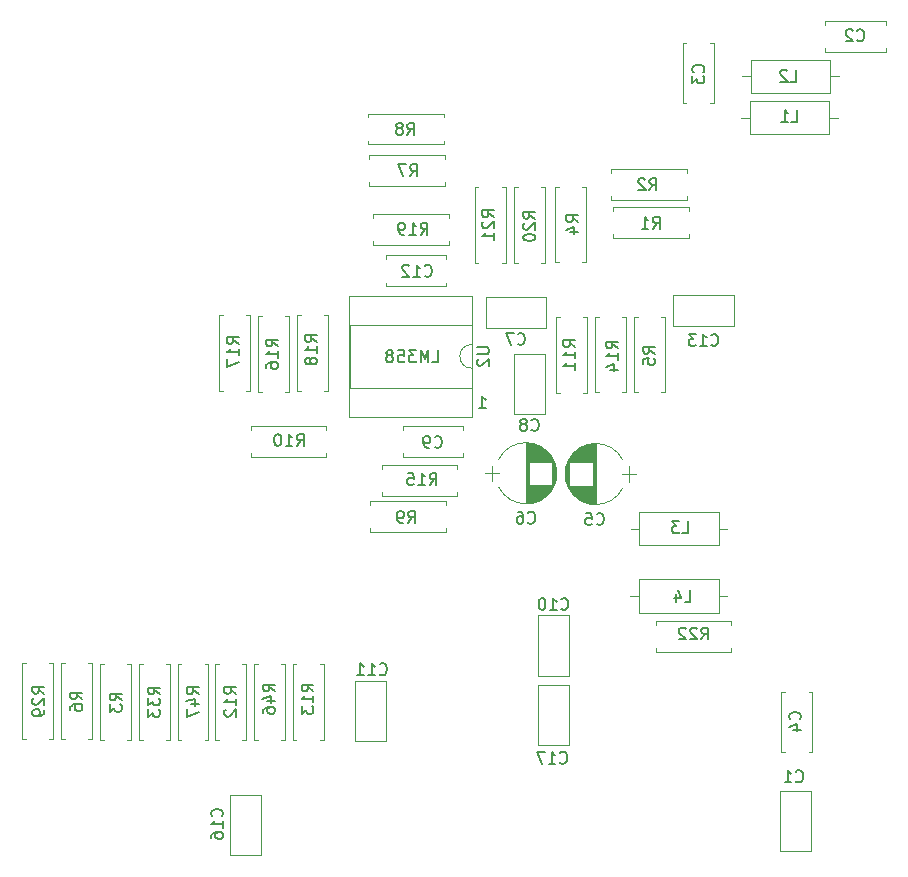
<source format=gbr>
G04 #@! TF.FileFunction,Legend,Bot*
%FSLAX46Y46*%
G04 Gerber Fmt 4.6, Leading zero omitted, Abs format (unit mm)*
G04 Created by KiCad (PCBNEW 4.0.7) date 01/22/22 13:20:12*
%MOMM*%
%LPD*%
G01*
G04 APERTURE LIST*
%ADD10C,0.100000*%
%ADD11C,0.150000*%
%ADD12C,0.120000*%
G04 APERTURE END LIST*
D10*
D11*
X79674285Y-105502381D02*
X80245714Y-105502381D01*
X79960000Y-105502381D02*
X79960000Y-104502381D01*
X80055238Y-104645238D01*
X80150476Y-104740476D01*
X80245714Y-104788095D01*
X75740476Y-101622381D02*
X76216667Y-101622381D01*
X76216667Y-100622381D01*
X75407143Y-101622381D02*
X75407143Y-100622381D01*
X75073809Y-101336667D01*
X74740476Y-100622381D01*
X74740476Y-101622381D01*
X74359524Y-100622381D02*
X73740476Y-100622381D01*
X74073810Y-101003333D01*
X73930952Y-101003333D01*
X73835714Y-101050952D01*
X73788095Y-101098571D01*
X73740476Y-101193810D01*
X73740476Y-101431905D01*
X73788095Y-101527143D01*
X73835714Y-101574762D01*
X73930952Y-101622381D01*
X74216667Y-101622381D01*
X74311905Y-101574762D01*
X74359524Y-101527143D01*
X72835714Y-100622381D02*
X73311905Y-100622381D01*
X73359524Y-101098571D01*
X73311905Y-101050952D01*
X73216667Y-101003333D01*
X72978571Y-101003333D01*
X72883333Y-101050952D01*
X72835714Y-101098571D01*
X72788095Y-101193810D01*
X72788095Y-101431905D01*
X72835714Y-101527143D01*
X72883333Y-101574762D01*
X72978571Y-101622381D01*
X73216667Y-101622381D01*
X73311905Y-101574762D01*
X73359524Y-101527143D01*
X72216667Y-101050952D02*
X72311905Y-101003333D01*
X72359524Y-100955714D01*
X72407143Y-100860476D01*
X72407143Y-100812857D01*
X72359524Y-100717619D01*
X72311905Y-100670000D01*
X72216667Y-100622381D01*
X72026190Y-100622381D01*
X71930952Y-100670000D01*
X71883333Y-100717619D01*
X71835714Y-100812857D01*
X71835714Y-100860476D01*
X71883333Y-100955714D01*
X71930952Y-101003333D01*
X72026190Y-101050952D01*
X72216667Y-101050952D01*
X72311905Y-101098571D01*
X72359524Y-101146190D01*
X72407143Y-101241429D01*
X72407143Y-101431905D01*
X72359524Y-101527143D01*
X72311905Y-101574762D01*
X72216667Y-101622381D01*
X72026190Y-101622381D01*
X71930952Y-101574762D01*
X71883333Y-101527143D01*
X71835714Y-101431905D01*
X71835714Y-101241429D01*
X71883333Y-101146190D01*
X71930952Y-101098571D01*
X72026190Y-101050952D01*
D12*
X49910000Y-133570000D02*
X50240000Y-133570000D01*
X50240000Y-133570000D02*
X50240000Y-127150000D01*
X50240000Y-127150000D02*
X49910000Y-127150000D01*
X47950000Y-133570000D02*
X47620000Y-133570000D01*
X47620000Y-133570000D02*
X47620000Y-127150000D01*
X47620000Y-127150000D02*
X47950000Y-127150000D01*
X59660000Y-133570000D02*
X59990000Y-133570000D01*
X59990000Y-133570000D02*
X59990000Y-127150000D01*
X59990000Y-127150000D02*
X59660000Y-127150000D01*
X57700000Y-133570000D02*
X57370000Y-133570000D01*
X57370000Y-133570000D02*
X57370000Y-127150000D01*
X57370000Y-127150000D02*
X57700000Y-127150000D01*
X87310000Y-128160000D02*
X87310000Y-123040000D01*
X84690000Y-128160000D02*
X84690000Y-123040000D01*
X87310000Y-128160000D02*
X84690000Y-128160000D01*
X87310000Y-123040000D02*
X84690000Y-123040000D01*
X71770000Y-133720000D02*
X71770000Y-128600000D01*
X69150000Y-133720000D02*
X69150000Y-128600000D01*
X71770000Y-133720000D02*
X69150000Y-133720000D01*
X71770000Y-128600000D02*
X69150000Y-128600000D01*
X61200000Y-143380000D02*
X61200000Y-138260000D01*
X58580000Y-143380000D02*
X58580000Y-138260000D01*
X61200000Y-143380000D02*
X58580000Y-143380000D01*
X61200000Y-138260000D02*
X58580000Y-138260000D01*
X84660000Y-128950000D02*
X84660000Y-134070000D01*
X87280000Y-128950000D02*
X87280000Y-134070000D01*
X84660000Y-128950000D02*
X87280000Y-128950000D01*
X84660000Y-134070000D02*
X87280000Y-134070000D01*
X46620000Y-133550000D02*
X46950000Y-133550000D01*
X46950000Y-133550000D02*
X46950000Y-127130000D01*
X46950000Y-127130000D02*
X46620000Y-127130000D01*
X44660000Y-133550000D02*
X44330000Y-133550000D01*
X44330000Y-133550000D02*
X44330000Y-127130000D01*
X44330000Y-127130000D02*
X44660000Y-127130000D01*
X66190000Y-133590000D02*
X66520000Y-133590000D01*
X66520000Y-133590000D02*
X66520000Y-127170000D01*
X66520000Y-127170000D02*
X66190000Y-127170000D01*
X64230000Y-133590000D02*
X63900000Y-133590000D01*
X63900000Y-133590000D02*
X63900000Y-127170000D01*
X63900000Y-127170000D02*
X64230000Y-127170000D01*
X43310000Y-133530000D02*
X43640000Y-133530000D01*
X43640000Y-133530000D02*
X43640000Y-127110000D01*
X43640000Y-127110000D02*
X43310000Y-127110000D01*
X41350000Y-133530000D02*
X41020000Y-133530000D01*
X41020000Y-133530000D02*
X41020000Y-127110000D01*
X41020000Y-127110000D02*
X41350000Y-127110000D01*
X53200000Y-133590000D02*
X53530000Y-133590000D01*
X53530000Y-133590000D02*
X53530000Y-127170000D01*
X53530000Y-127170000D02*
X53200000Y-127170000D01*
X51240000Y-133590000D02*
X50910000Y-133590000D01*
X50910000Y-133590000D02*
X50910000Y-127170000D01*
X50910000Y-127170000D02*
X51240000Y-127170000D01*
X62920000Y-133590000D02*
X63250000Y-133590000D01*
X63250000Y-133590000D02*
X63250000Y-127170000D01*
X63250000Y-127170000D02*
X62920000Y-127170000D01*
X60960000Y-133590000D02*
X60630000Y-133590000D01*
X60630000Y-133590000D02*
X60630000Y-127170000D01*
X60630000Y-127170000D02*
X60960000Y-127170000D01*
X56450000Y-133570000D02*
X56780000Y-133570000D01*
X56780000Y-133570000D02*
X56780000Y-127150000D01*
X56780000Y-127150000D02*
X56450000Y-127150000D01*
X54490000Y-133570000D02*
X54160000Y-133570000D01*
X54160000Y-133570000D02*
X54160000Y-127150000D01*
X54160000Y-127150000D02*
X54490000Y-127150000D01*
X105200000Y-137890000D02*
X105200000Y-143010000D01*
X107820000Y-137890000D02*
X107820000Y-143010000D01*
X105200000Y-137890000D02*
X107820000Y-137890000D01*
X105200000Y-143010000D02*
X107820000Y-143010000D01*
X96930000Y-74600000D02*
X96930000Y-79720000D01*
X99550000Y-74600000D02*
X99550000Y-79720000D01*
X96930000Y-74600000D02*
X97244000Y-74600000D01*
X99236000Y-74600000D02*
X99550000Y-74600000D01*
X96930000Y-79720000D02*
X97244000Y-79720000D01*
X99236000Y-79720000D02*
X99550000Y-79720000D01*
X102610000Y-82330000D02*
X102610000Y-79510000D01*
X102610000Y-79510000D02*
X109330000Y-79510000D01*
X109330000Y-79510000D02*
X109330000Y-82330000D01*
X109330000Y-82330000D02*
X102610000Y-82330000D01*
X101870000Y-80920000D02*
X102610000Y-80920000D01*
X110070000Y-80920000D02*
X109330000Y-80920000D01*
X102720000Y-78830000D02*
X102720000Y-76010000D01*
X102720000Y-76010000D02*
X109440000Y-76010000D01*
X109440000Y-76010000D02*
X109440000Y-78830000D01*
X109440000Y-78830000D02*
X102720000Y-78830000D01*
X101980000Y-77420000D02*
X102720000Y-77420000D01*
X110180000Y-77420000D02*
X109440000Y-77420000D01*
X91010000Y-90780000D02*
X91010000Y-91110000D01*
X91010000Y-91110000D02*
X97430000Y-91110000D01*
X97430000Y-91110000D02*
X97430000Y-90780000D01*
X91010000Y-88820000D02*
X91010000Y-88490000D01*
X91010000Y-88490000D02*
X97430000Y-88490000D01*
X97430000Y-88490000D02*
X97430000Y-88820000D01*
X90850000Y-87590000D02*
X90850000Y-87920000D01*
X90850000Y-87920000D02*
X97270000Y-87920000D01*
X97270000Y-87920000D02*
X97270000Y-87590000D01*
X90850000Y-85630000D02*
X90850000Y-85300000D01*
X90850000Y-85300000D02*
X97270000Y-85300000D01*
X97270000Y-85300000D02*
X97270000Y-85630000D01*
X88430000Y-93170000D02*
X88760000Y-93170000D01*
X88760000Y-93170000D02*
X88760000Y-86750000D01*
X88760000Y-86750000D02*
X88430000Y-86750000D01*
X86470000Y-93170000D02*
X86140000Y-93170000D01*
X86140000Y-93170000D02*
X86140000Y-86750000D01*
X86140000Y-86750000D02*
X86470000Y-86750000D01*
X95090000Y-104180000D02*
X95420000Y-104180000D01*
X95420000Y-104180000D02*
X95420000Y-97760000D01*
X95420000Y-97760000D02*
X95090000Y-97760000D01*
X93130000Y-104180000D02*
X92800000Y-104180000D01*
X92800000Y-104180000D02*
X92800000Y-97760000D01*
X92800000Y-97760000D02*
X93130000Y-97760000D01*
X76770000Y-84380000D02*
X76770000Y-84050000D01*
X76770000Y-84050000D02*
X70350000Y-84050000D01*
X70350000Y-84050000D02*
X70350000Y-84380000D01*
X76770000Y-86340000D02*
X76770000Y-86670000D01*
X76770000Y-86670000D02*
X70350000Y-86670000D01*
X70350000Y-86670000D02*
X70350000Y-86340000D01*
X70300000Y-82860000D02*
X70300000Y-83190000D01*
X70300000Y-83190000D02*
X76720000Y-83190000D01*
X76720000Y-83190000D02*
X76720000Y-82860000D01*
X70300000Y-80900000D02*
X70300000Y-80570000D01*
X70300000Y-80570000D02*
X76720000Y-80570000D01*
X76720000Y-80570000D02*
X76720000Y-80900000D01*
X114110000Y-72730000D02*
X108990000Y-72730000D01*
X114110000Y-75350000D02*
X108990000Y-75350000D01*
X114110000Y-72730000D02*
X114110000Y-73044000D01*
X114110000Y-75036000D02*
X114110000Y-75350000D01*
X108990000Y-72730000D02*
X108990000Y-73044000D01*
X108990000Y-75036000D02*
X108990000Y-75350000D01*
X105290000Y-129520000D02*
X105290000Y-134640000D01*
X107910000Y-129520000D02*
X107910000Y-134640000D01*
X105290000Y-129520000D02*
X105604000Y-129520000D01*
X107596000Y-129520000D02*
X107910000Y-129520000D01*
X105290000Y-134640000D02*
X105604000Y-134640000D01*
X107596000Y-134640000D02*
X107910000Y-134640000D01*
X87254278Y-109910277D02*
G75*
G02X91865580Y-109910000I2305722J-1179723D01*
G01*
X87254278Y-112269723D02*
G75*
G03X91865580Y-112270000I2305722J1179723D01*
G01*
X87254278Y-112269723D02*
G75*
G02X87254420Y-109910000I2305722J1179723D01*
G01*
X89560000Y-108540000D02*
X89560000Y-113640000D01*
X89520000Y-108540000D02*
X89520000Y-113640000D01*
X89480000Y-108541000D02*
X89480000Y-113639000D01*
X89440000Y-108542000D02*
X89440000Y-113638000D01*
X89400000Y-108544000D02*
X89400000Y-113636000D01*
X89360000Y-108547000D02*
X89360000Y-113633000D01*
X89320000Y-108551000D02*
X89320000Y-113629000D01*
X89280000Y-108555000D02*
X89280000Y-110110000D01*
X89280000Y-112070000D02*
X89280000Y-113625000D01*
X89240000Y-108559000D02*
X89240000Y-110110000D01*
X89240000Y-112070000D02*
X89240000Y-113621000D01*
X89200000Y-108565000D02*
X89200000Y-110110000D01*
X89200000Y-112070000D02*
X89200000Y-113615000D01*
X89160000Y-108571000D02*
X89160000Y-110110000D01*
X89160000Y-112070000D02*
X89160000Y-113609000D01*
X89120000Y-108577000D02*
X89120000Y-110110000D01*
X89120000Y-112070000D02*
X89120000Y-113603000D01*
X89080000Y-108584000D02*
X89080000Y-110110000D01*
X89080000Y-112070000D02*
X89080000Y-113596000D01*
X89040000Y-108592000D02*
X89040000Y-110110000D01*
X89040000Y-112070000D02*
X89040000Y-113588000D01*
X89000000Y-108601000D02*
X89000000Y-110110000D01*
X89000000Y-112070000D02*
X89000000Y-113579000D01*
X88960000Y-108610000D02*
X88960000Y-110110000D01*
X88960000Y-112070000D02*
X88960000Y-113570000D01*
X88920000Y-108620000D02*
X88920000Y-110110000D01*
X88920000Y-112070000D02*
X88920000Y-113560000D01*
X88880000Y-108630000D02*
X88880000Y-110110000D01*
X88880000Y-112070000D02*
X88880000Y-113550000D01*
X88839000Y-108642000D02*
X88839000Y-110110000D01*
X88839000Y-112070000D02*
X88839000Y-113538000D01*
X88799000Y-108654000D02*
X88799000Y-110110000D01*
X88799000Y-112070000D02*
X88799000Y-113526000D01*
X88759000Y-108666000D02*
X88759000Y-110110000D01*
X88759000Y-112070000D02*
X88759000Y-113514000D01*
X88719000Y-108680000D02*
X88719000Y-110110000D01*
X88719000Y-112070000D02*
X88719000Y-113500000D01*
X88679000Y-108694000D02*
X88679000Y-110110000D01*
X88679000Y-112070000D02*
X88679000Y-113486000D01*
X88639000Y-108708000D02*
X88639000Y-110110000D01*
X88639000Y-112070000D02*
X88639000Y-113472000D01*
X88599000Y-108724000D02*
X88599000Y-110110000D01*
X88599000Y-112070000D02*
X88599000Y-113456000D01*
X88559000Y-108740000D02*
X88559000Y-110110000D01*
X88559000Y-112070000D02*
X88559000Y-113440000D01*
X88519000Y-108757000D02*
X88519000Y-110110000D01*
X88519000Y-112070000D02*
X88519000Y-113423000D01*
X88479000Y-108775000D02*
X88479000Y-110110000D01*
X88479000Y-112070000D02*
X88479000Y-113405000D01*
X88439000Y-108794000D02*
X88439000Y-110110000D01*
X88439000Y-112070000D02*
X88439000Y-113386000D01*
X88399000Y-108814000D02*
X88399000Y-110110000D01*
X88399000Y-112070000D02*
X88399000Y-113366000D01*
X88359000Y-108834000D02*
X88359000Y-110110000D01*
X88359000Y-112070000D02*
X88359000Y-113346000D01*
X88319000Y-108856000D02*
X88319000Y-110110000D01*
X88319000Y-112070000D02*
X88319000Y-113324000D01*
X88279000Y-108878000D02*
X88279000Y-110110000D01*
X88279000Y-112070000D02*
X88279000Y-113302000D01*
X88239000Y-108901000D02*
X88239000Y-110110000D01*
X88239000Y-112070000D02*
X88239000Y-113279000D01*
X88199000Y-108925000D02*
X88199000Y-110110000D01*
X88199000Y-112070000D02*
X88199000Y-113255000D01*
X88159000Y-108950000D02*
X88159000Y-110110000D01*
X88159000Y-112070000D02*
X88159000Y-113230000D01*
X88119000Y-108977000D02*
X88119000Y-110110000D01*
X88119000Y-112070000D02*
X88119000Y-113203000D01*
X88079000Y-109004000D02*
X88079000Y-110110000D01*
X88079000Y-112070000D02*
X88079000Y-113176000D01*
X88039000Y-109032000D02*
X88039000Y-110110000D01*
X88039000Y-112070000D02*
X88039000Y-113148000D01*
X87999000Y-109062000D02*
X87999000Y-110110000D01*
X87999000Y-112070000D02*
X87999000Y-113118000D01*
X87959000Y-109093000D02*
X87959000Y-110110000D01*
X87959000Y-112070000D02*
X87959000Y-113087000D01*
X87919000Y-109125000D02*
X87919000Y-110110000D01*
X87919000Y-112070000D02*
X87919000Y-113055000D01*
X87879000Y-109158000D02*
X87879000Y-110110000D01*
X87879000Y-112070000D02*
X87879000Y-113022000D01*
X87839000Y-109193000D02*
X87839000Y-110110000D01*
X87839000Y-112070000D02*
X87839000Y-112987000D01*
X87799000Y-109229000D02*
X87799000Y-110110000D01*
X87799000Y-112070000D02*
X87799000Y-112951000D01*
X87759000Y-109267000D02*
X87759000Y-110110000D01*
X87759000Y-112070000D02*
X87759000Y-112913000D01*
X87719000Y-109307000D02*
X87719000Y-110110000D01*
X87719000Y-112070000D02*
X87719000Y-112873000D01*
X87679000Y-109348000D02*
X87679000Y-110110000D01*
X87679000Y-112070000D02*
X87679000Y-112832000D01*
X87639000Y-109391000D02*
X87639000Y-110110000D01*
X87639000Y-112070000D02*
X87639000Y-112789000D01*
X87599000Y-109436000D02*
X87599000Y-110110000D01*
X87599000Y-112070000D02*
X87599000Y-112744000D01*
X87559000Y-109484000D02*
X87559000Y-110110000D01*
X87559000Y-112070000D02*
X87559000Y-112696000D01*
X87519000Y-109534000D02*
X87519000Y-110110000D01*
X87519000Y-112070000D02*
X87519000Y-112646000D01*
X87479000Y-109586000D02*
X87479000Y-110110000D01*
X87479000Y-112070000D02*
X87479000Y-112594000D01*
X87439000Y-109642000D02*
X87439000Y-110110000D01*
X87439000Y-112070000D02*
X87439000Y-112538000D01*
X87399000Y-109700000D02*
X87399000Y-110110000D01*
X87399000Y-112070000D02*
X87399000Y-112480000D01*
X87359000Y-109763000D02*
X87359000Y-110110000D01*
X87359000Y-112070000D02*
X87359000Y-112417000D01*
X87319000Y-109829000D02*
X87319000Y-112351000D01*
X87279000Y-109901000D02*
X87279000Y-112279000D01*
X87239000Y-109978000D02*
X87239000Y-112202000D01*
X87199000Y-110062000D02*
X87199000Y-112118000D01*
X87159000Y-110156000D02*
X87159000Y-112024000D01*
X87119000Y-110261000D02*
X87119000Y-111919000D01*
X87079000Y-110383000D02*
X87079000Y-111797000D01*
X87039000Y-110531000D02*
X87039000Y-111649000D01*
X86999000Y-110736000D02*
X86999000Y-111444000D01*
X93010000Y-111090000D02*
X91810000Y-111090000D01*
X92410000Y-110440000D02*
X92410000Y-111740000D01*
X85965722Y-112199723D02*
G75*
G02X81354420Y-112200000I-2305722J1179723D01*
G01*
X85965722Y-109840277D02*
G75*
G03X81354420Y-109840000I-2305722J-1179723D01*
G01*
X85965722Y-109840277D02*
G75*
G02X85965580Y-112200000I-2305722J-1179723D01*
G01*
X83660000Y-113570000D02*
X83660000Y-108470000D01*
X83700000Y-113570000D02*
X83700000Y-108470000D01*
X83740000Y-113569000D02*
X83740000Y-108471000D01*
X83780000Y-113568000D02*
X83780000Y-108472000D01*
X83820000Y-113566000D02*
X83820000Y-108474000D01*
X83860000Y-113563000D02*
X83860000Y-108477000D01*
X83900000Y-113559000D02*
X83900000Y-108481000D01*
X83940000Y-113555000D02*
X83940000Y-112000000D01*
X83940000Y-110040000D02*
X83940000Y-108485000D01*
X83980000Y-113551000D02*
X83980000Y-112000000D01*
X83980000Y-110040000D02*
X83980000Y-108489000D01*
X84020000Y-113545000D02*
X84020000Y-112000000D01*
X84020000Y-110040000D02*
X84020000Y-108495000D01*
X84060000Y-113539000D02*
X84060000Y-112000000D01*
X84060000Y-110040000D02*
X84060000Y-108501000D01*
X84100000Y-113533000D02*
X84100000Y-112000000D01*
X84100000Y-110040000D02*
X84100000Y-108507000D01*
X84140000Y-113526000D02*
X84140000Y-112000000D01*
X84140000Y-110040000D02*
X84140000Y-108514000D01*
X84180000Y-113518000D02*
X84180000Y-112000000D01*
X84180000Y-110040000D02*
X84180000Y-108522000D01*
X84220000Y-113509000D02*
X84220000Y-112000000D01*
X84220000Y-110040000D02*
X84220000Y-108531000D01*
X84260000Y-113500000D02*
X84260000Y-112000000D01*
X84260000Y-110040000D02*
X84260000Y-108540000D01*
X84300000Y-113490000D02*
X84300000Y-112000000D01*
X84300000Y-110040000D02*
X84300000Y-108550000D01*
X84340000Y-113480000D02*
X84340000Y-112000000D01*
X84340000Y-110040000D02*
X84340000Y-108560000D01*
X84381000Y-113468000D02*
X84381000Y-112000000D01*
X84381000Y-110040000D02*
X84381000Y-108572000D01*
X84421000Y-113456000D02*
X84421000Y-112000000D01*
X84421000Y-110040000D02*
X84421000Y-108584000D01*
X84461000Y-113444000D02*
X84461000Y-112000000D01*
X84461000Y-110040000D02*
X84461000Y-108596000D01*
X84501000Y-113430000D02*
X84501000Y-112000000D01*
X84501000Y-110040000D02*
X84501000Y-108610000D01*
X84541000Y-113416000D02*
X84541000Y-112000000D01*
X84541000Y-110040000D02*
X84541000Y-108624000D01*
X84581000Y-113402000D02*
X84581000Y-112000000D01*
X84581000Y-110040000D02*
X84581000Y-108638000D01*
X84621000Y-113386000D02*
X84621000Y-112000000D01*
X84621000Y-110040000D02*
X84621000Y-108654000D01*
X84661000Y-113370000D02*
X84661000Y-112000000D01*
X84661000Y-110040000D02*
X84661000Y-108670000D01*
X84701000Y-113353000D02*
X84701000Y-112000000D01*
X84701000Y-110040000D02*
X84701000Y-108687000D01*
X84741000Y-113335000D02*
X84741000Y-112000000D01*
X84741000Y-110040000D02*
X84741000Y-108705000D01*
X84781000Y-113316000D02*
X84781000Y-112000000D01*
X84781000Y-110040000D02*
X84781000Y-108724000D01*
X84821000Y-113296000D02*
X84821000Y-112000000D01*
X84821000Y-110040000D02*
X84821000Y-108744000D01*
X84861000Y-113276000D02*
X84861000Y-112000000D01*
X84861000Y-110040000D02*
X84861000Y-108764000D01*
X84901000Y-113254000D02*
X84901000Y-112000000D01*
X84901000Y-110040000D02*
X84901000Y-108786000D01*
X84941000Y-113232000D02*
X84941000Y-112000000D01*
X84941000Y-110040000D02*
X84941000Y-108808000D01*
X84981000Y-113209000D02*
X84981000Y-112000000D01*
X84981000Y-110040000D02*
X84981000Y-108831000D01*
X85021000Y-113185000D02*
X85021000Y-112000000D01*
X85021000Y-110040000D02*
X85021000Y-108855000D01*
X85061000Y-113160000D02*
X85061000Y-112000000D01*
X85061000Y-110040000D02*
X85061000Y-108880000D01*
X85101000Y-113133000D02*
X85101000Y-112000000D01*
X85101000Y-110040000D02*
X85101000Y-108907000D01*
X85141000Y-113106000D02*
X85141000Y-112000000D01*
X85141000Y-110040000D02*
X85141000Y-108934000D01*
X85181000Y-113078000D02*
X85181000Y-112000000D01*
X85181000Y-110040000D02*
X85181000Y-108962000D01*
X85221000Y-113048000D02*
X85221000Y-112000000D01*
X85221000Y-110040000D02*
X85221000Y-108992000D01*
X85261000Y-113017000D02*
X85261000Y-112000000D01*
X85261000Y-110040000D02*
X85261000Y-109023000D01*
X85301000Y-112985000D02*
X85301000Y-112000000D01*
X85301000Y-110040000D02*
X85301000Y-109055000D01*
X85341000Y-112952000D02*
X85341000Y-112000000D01*
X85341000Y-110040000D02*
X85341000Y-109088000D01*
X85381000Y-112917000D02*
X85381000Y-112000000D01*
X85381000Y-110040000D02*
X85381000Y-109123000D01*
X85421000Y-112881000D02*
X85421000Y-112000000D01*
X85421000Y-110040000D02*
X85421000Y-109159000D01*
X85461000Y-112843000D02*
X85461000Y-112000000D01*
X85461000Y-110040000D02*
X85461000Y-109197000D01*
X85501000Y-112803000D02*
X85501000Y-112000000D01*
X85501000Y-110040000D02*
X85501000Y-109237000D01*
X85541000Y-112762000D02*
X85541000Y-112000000D01*
X85541000Y-110040000D02*
X85541000Y-109278000D01*
X85581000Y-112719000D02*
X85581000Y-112000000D01*
X85581000Y-110040000D02*
X85581000Y-109321000D01*
X85621000Y-112674000D02*
X85621000Y-112000000D01*
X85621000Y-110040000D02*
X85621000Y-109366000D01*
X85661000Y-112626000D02*
X85661000Y-112000000D01*
X85661000Y-110040000D02*
X85661000Y-109414000D01*
X85701000Y-112576000D02*
X85701000Y-112000000D01*
X85701000Y-110040000D02*
X85701000Y-109464000D01*
X85741000Y-112524000D02*
X85741000Y-112000000D01*
X85741000Y-110040000D02*
X85741000Y-109516000D01*
X85781000Y-112468000D02*
X85781000Y-112000000D01*
X85781000Y-110040000D02*
X85781000Y-109572000D01*
X85821000Y-112410000D02*
X85821000Y-112000000D01*
X85821000Y-110040000D02*
X85821000Y-109630000D01*
X85861000Y-112347000D02*
X85861000Y-112000000D01*
X85861000Y-110040000D02*
X85861000Y-109693000D01*
X85901000Y-112281000D02*
X85901000Y-109759000D01*
X85941000Y-112209000D02*
X85941000Y-109831000D01*
X85981000Y-112132000D02*
X85981000Y-109908000D01*
X86021000Y-112048000D02*
X86021000Y-109992000D01*
X86061000Y-111954000D02*
X86061000Y-110086000D01*
X86101000Y-111849000D02*
X86101000Y-110191000D01*
X86141000Y-111727000D02*
X86141000Y-110313000D01*
X86181000Y-111579000D02*
X86181000Y-110461000D01*
X86221000Y-111374000D02*
X86221000Y-110666000D01*
X80210000Y-111020000D02*
X81410000Y-111020000D01*
X80810000Y-111670000D02*
X80810000Y-110370000D01*
X80250000Y-98740000D02*
X85370000Y-98740000D01*
X80250000Y-96120000D02*
X85370000Y-96120000D01*
X80250000Y-98740000D02*
X80250000Y-96120000D01*
X85370000Y-98740000D02*
X85370000Y-96120000D01*
X85300000Y-106030000D02*
X85300000Y-100910000D01*
X82680000Y-106030000D02*
X82680000Y-100910000D01*
X85300000Y-106030000D02*
X82680000Y-106030000D01*
X85300000Y-100910000D02*
X82680000Y-100910000D01*
X73240000Y-109630000D02*
X78360000Y-109630000D01*
X73240000Y-107010000D02*
X78360000Y-107010000D01*
X73240000Y-109630000D02*
X73240000Y-109316000D01*
X73240000Y-107324000D02*
X73240000Y-107010000D01*
X78360000Y-109630000D02*
X78360000Y-109316000D01*
X78360000Y-107324000D02*
X78360000Y-107010000D01*
X71800000Y-95190000D02*
X76920000Y-95190000D01*
X71800000Y-92570000D02*
X76920000Y-92570000D01*
X71800000Y-95190000D02*
X71800000Y-94876000D01*
X71800000Y-92884000D02*
X71800000Y-92570000D01*
X76920000Y-95190000D02*
X76920000Y-94876000D01*
X76920000Y-92884000D02*
X76920000Y-92570000D01*
X99980000Y-114320000D02*
X99980000Y-117140000D01*
X99980000Y-117140000D02*
X93260000Y-117140000D01*
X93260000Y-117140000D02*
X93260000Y-114320000D01*
X93260000Y-114320000D02*
X99980000Y-114320000D01*
X100720000Y-115730000D02*
X99980000Y-115730000D01*
X92520000Y-115730000D02*
X93260000Y-115730000D01*
X70440000Y-115700000D02*
X70440000Y-116030000D01*
X70440000Y-116030000D02*
X76860000Y-116030000D01*
X76860000Y-116030000D02*
X76860000Y-115700000D01*
X70440000Y-113740000D02*
X70440000Y-113410000D01*
X70440000Y-113410000D02*
X76860000Y-113410000D01*
X76860000Y-113410000D02*
X76860000Y-113740000D01*
X66760000Y-107380000D02*
X66760000Y-107050000D01*
X66760000Y-107050000D02*
X60340000Y-107050000D01*
X60340000Y-107050000D02*
X60340000Y-107380000D01*
X66760000Y-109340000D02*
X66760000Y-109670000D01*
X66760000Y-109670000D02*
X60340000Y-109670000D01*
X60340000Y-109670000D02*
X60340000Y-109340000D01*
X86570000Y-97790000D02*
X86240000Y-97790000D01*
X86240000Y-97790000D02*
X86240000Y-104210000D01*
X86240000Y-104210000D02*
X86570000Y-104210000D01*
X88530000Y-97790000D02*
X88860000Y-97790000D01*
X88860000Y-97790000D02*
X88860000Y-104210000D01*
X88860000Y-104210000D02*
X88530000Y-104210000D01*
X91810000Y-104180000D02*
X92140000Y-104180000D01*
X92140000Y-104180000D02*
X92140000Y-97760000D01*
X92140000Y-97760000D02*
X91810000Y-97760000D01*
X89850000Y-104180000D02*
X89520000Y-104180000D01*
X89520000Y-104180000D02*
X89520000Y-97760000D01*
X89520000Y-97760000D02*
X89850000Y-97760000D01*
X77850000Y-110690000D02*
X77850000Y-110360000D01*
X77850000Y-110360000D02*
X71430000Y-110360000D01*
X71430000Y-110360000D02*
X71430000Y-110690000D01*
X77850000Y-112650000D02*
X77850000Y-112980000D01*
X77850000Y-112980000D02*
X71430000Y-112980000D01*
X71430000Y-112980000D02*
X71430000Y-112650000D01*
X61270000Y-97720000D02*
X60940000Y-97720000D01*
X60940000Y-97720000D02*
X60940000Y-104140000D01*
X60940000Y-104140000D02*
X61270000Y-104140000D01*
X63230000Y-97720000D02*
X63560000Y-97720000D01*
X63560000Y-97720000D02*
X63560000Y-104140000D01*
X63560000Y-104140000D02*
X63230000Y-104140000D01*
X58000000Y-97640000D02*
X57670000Y-97640000D01*
X57670000Y-97640000D02*
X57670000Y-104060000D01*
X57670000Y-104060000D02*
X58000000Y-104060000D01*
X59960000Y-97640000D02*
X60290000Y-97640000D01*
X60290000Y-97640000D02*
X60290000Y-104060000D01*
X60290000Y-104060000D02*
X59960000Y-104060000D01*
X64640000Y-97630000D02*
X64310000Y-97630000D01*
X64310000Y-97630000D02*
X64310000Y-104050000D01*
X64310000Y-104050000D02*
X64640000Y-104050000D01*
X66600000Y-97630000D02*
X66930000Y-97630000D01*
X66930000Y-97630000D02*
X66930000Y-104050000D01*
X66930000Y-104050000D02*
X66600000Y-104050000D01*
X77130000Y-89430000D02*
X77130000Y-89100000D01*
X77130000Y-89100000D02*
X70710000Y-89100000D01*
X70710000Y-89100000D02*
X70710000Y-89430000D01*
X77130000Y-91390000D02*
X77130000Y-91720000D01*
X77130000Y-91720000D02*
X70710000Y-91720000D01*
X70710000Y-91720000D02*
X70710000Y-91390000D01*
X84910000Y-93200000D02*
X85240000Y-93200000D01*
X85240000Y-93200000D02*
X85240000Y-86780000D01*
X85240000Y-86780000D02*
X84910000Y-86780000D01*
X82950000Y-93200000D02*
X82620000Y-93200000D01*
X82620000Y-93200000D02*
X82620000Y-86780000D01*
X82620000Y-86780000D02*
X82950000Y-86780000D01*
X79640000Y-86780000D02*
X79310000Y-86780000D01*
X79310000Y-86780000D02*
X79310000Y-93200000D01*
X79310000Y-93200000D02*
X79640000Y-93200000D01*
X81600000Y-86780000D02*
X81930000Y-86780000D01*
X81930000Y-86780000D02*
X81930000Y-93200000D01*
X81930000Y-93200000D02*
X81600000Y-93200000D01*
X79060000Y-100130000D02*
G75*
G03X79060000Y-102130000I0J-1000000D01*
G01*
X79060000Y-102130000D02*
X79060000Y-103780000D01*
X79060000Y-103780000D02*
X68780000Y-103780000D01*
X68780000Y-103780000D02*
X68780000Y-98480000D01*
X68780000Y-98480000D02*
X79060000Y-98480000D01*
X79060000Y-98480000D02*
X79060000Y-100130000D01*
X79120000Y-106270000D02*
X68720000Y-106270000D01*
X68720000Y-106270000D02*
X68720000Y-95990000D01*
X68720000Y-95990000D02*
X79120000Y-95990000D01*
X79120000Y-95990000D02*
X79120000Y-106270000D01*
X99970000Y-120010000D02*
X99970000Y-122830000D01*
X99970000Y-122830000D02*
X93250000Y-122830000D01*
X93250000Y-122830000D02*
X93250000Y-120010000D01*
X93250000Y-120010000D02*
X99970000Y-120010000D01*
X100710000Y-121420000D02*
X99970000Y-121420000D01*
X92510000Y-121420000D02*
X93250000Y-121420000D01*
X101050000Y-123870000D02*
X101050000Y-123540000D01*
X101050000Y-123540000D02*
X94630000Y-123540000D01*
X94630000Y-123540000D02*
X94630000Y-123870000D01*
X101050000Y-125830000D02*
X101050000Y-126160000D01*
X101050000Y-126160000D02*
X94630000Y-126160000D01*
X94630000Y-126160000D02*
X94630000Y-125830000D01*
X96140000Y-98540000D02*
X101260000Y-98540000D01*
X96140000Y-95920000D02*
X101260000Y-95920000D01*
X96140000Y-98540000D02*
X96140000Y-95920000D01*
X101260000Y-98540000D02*
X101260000Y-95920000D01*
D11*
X49422381Y-130259334D02*
X48946190Y-129926000D01*
X49422381Y-129687905D02*
X48422381Y-129687905D01*
X48422381Y-130068858D01*
X48470000Y-130164096D01*
X48517619Y-130211715D01*
X48612857Y-130259334D01*
X48755714Y-130259334D01*
X48850952Y-130211715D01*
X48898571Y-130164096D01*
X48946190Y-130068858D01*
X48946190Y-129687905D01*
X48422381Y-130592667D02*
X48422381Y-131211715D01*
X48803333Y-130878381D01*
X48803333Y-131021239D01*
X48850952Y-131116477D01*
X48898571Y-131164096D01*
X48993810Y-131211715D01*
X49231905Y-131211715D01*
X49327143Y-131164096D01*
X49374762Y-131116477D01*
X49422381Y-131021239D01*
X49422381Y-130735524D01*
X49374762Y-130640286D01*
X49327143Y-130592667D01*
X59132381Y-129717143D02*
X58656190Y-129383809D01*
X59132381Y-129145714D02*
X58132381Y-129145714D01*
X58132381Y-129526667D01*
X58180000Y-129621905D01*
X58227619Y-129669524D01*
X58322857Y-129717143D01*
X58465714Y-129717143D01*
X58560952Y-129669524D01*
X58608571Y-129621905D01*
X58656190Y-129526667D01*
X58656190Y-129145714D01*
X59132381Y-130669524D02*
X59132381Y-130098095D01*
X59132381Y-130383809D02*
X58132381Y-130383809D01*
X58275238Y-130288571D01*
X58370476Y-130193333D01*
X58418095Y-130098095D01*
X58227619Y-131050476D02*
X58180000Y-131098095D01*
X58132381Y-131193333D01*
X58132381Y-131431429D01*
X58180000Y-131526667D01*
X58227619Y-131574286D01*
X58322857Y-131621905D01*
X58418095Y-131621905D01*
X58560952Y-131574286D01*
X59132381Y-131002857D01*
X59132381Y-131621905D01*
X86642857Y-122507143D02*
X86690476Y-122554762D01*
X86833333Y-122602381D01*
X86928571Y-122602381D01*
X87071429Y-122554762D01*
X87166667Y-122459524D01*
X87214286Y-122364286D01*
X87261905Y-122173810D01*
X87261905Y-122030952D01*
X87214286Y-121840476D01*
X87166667Y-121745238D01*
X87071429Y-121650000D01*
X86928571Y-121602381D01*
X86833333Y-121602381D01*
X86690476Y-121650000D01*
X86642857Y-121697619D01*
X85690476Y-122602381D02*
X86261905Y-122602381D01*
X85976191Y-122602381D02*
X85976191Y-121602381D01*
X86071429Y-121745238D01*
X86166667Y-121840476D01*
X86261905Y-121888095D01*
X85071429Y-121602381D02*
X84976190Y-121602381D01*
X84880952Y-121650000D01*
X84833333Y-121697619D01*
X84785714Y-121792857D01*
X84738095Y-121983333D01*
X84738095Y-122221429D01*
X84785714Y-122411905D01*
X84833333Y-122507143D01*
X84880952Y-122554762D01*
X84976190Y-122602381D01*
X85071429Y-122602381D01*
X85166667Y-122554762D01*
X85214286Y-122507143D01*
X85261905Y-122411905D01*
X85309524Y-122221429D01*
X85309524Y-121983333D01*
X85261905Y-121792857D01*
X85214286Y-121697619D01*
X85166667Y-121650000D01*
X85071429Y-121602381D01*
X71262857Y-128027143D02*
X71310476Y-128074762D01*
X71453333Y-128122381D01*
X71548571Y-128122381D01*
X71691429Y-128074762D01*
X71786667Y-127979524D01*
X71834286Y-127884286D01*
X71881905Y-127693810D01*
X71881905Y-127550952D01*
X71834286Y-127360476D01*
X71786667Y-127265238D01*
X71691429Y-127170000D01*
X71548571Y-127122381D01*
X71453333Y-127122381D01*
X71310476Y-127170000D01*
X71262857Y-127217619D01*
X70310476Y-128122381D02*
X70881905Y-128122381D01*
X70596191Y-128122381D02*
X70596191Y-127122381D01*
X70691429Y-127265238D01*
X70786667Y-127360476D01*
X70881905Y-127408095D01*
X69358095Y-128122381D02*
X69929524Y-128122381D01*
X69643810Y-128122381D02*
X69643810Y-127122381D01*
X69739048Y-127265238D01*
X69834286Y-127360476D01*
X69929524Y-127408095D01*
X57897143Y-140087143D02*
X57944762Y-140039524D01*
X57992381Y-139896667D01*
X57992381Y-139801429D01*
X57944762Y-139658571D01*
X57849524Y-139563333D01*
X57754286Y-139515714D01*
X57563810Y-139468095D01*
X57420952Y-139468095D01*
X57230476Y-139515714D01*
X57135238Y-139563333D01*
X57040000Y-139658571D01*
X56992381Y-139801429D01*
X56992381Y-139896667D01*
X57040000Y-140039524D01*
X57087619Y-140087143D01*
X57992381Y-141039524D02*
X57992381Y-140468095D01*
X57992381Y-140753809D02*
X56992381Y-140753809D01*
X57135238Y-140658571D01*
X57230476Y-140563333D01*
X57278095Y-140468095D01*
X56992381Y-141896667D02*
X56992381Y-141706190D01*
X57040000Y-141610952D01*
X57087619Y-141563333D01*
X57230476Y-141468095D01*
X57420952Y-141420476D01*
X57801905Y-141420476D01*
X57897143Y-141468095D01*
X57944762Y-141515714D01*
X57992381Y-141610952D01*
X57992381Y-141801429D01*
X57944762Y-141896667D01*
X57897143Y-141944286D01*
X57801905Y-141991905D01*
X57563810Y-141991905D01*
X57468571Y-141944286D01*
X57420952Y-141896667D01*
X57373333Y-141801429D01*
X57373333Y-141610952D01*
X57420952Y-141515714D01*
X57468571Y-141468095D01*
X57563810Y-141420476D01*
X86532857Y-135507143D02*
X86580476Y-135554762D01*
X86723333Y-135602381D01*
X86818571Y-135602381D01*
X86961429Y-135554762D01*
X87056667Y-135459524D01*
X87104286Y-135364286D01*
X87151905Y-135173810D01*
X87151905Y-135030952D01*
X87104286Y-134840476D01*
X87056667Y-134745238D01*
X86961429Y-134650000D01*
X86818571Y-134602381D01*
X86723333Y-134602381D01*
X86580476Y-134650000D01*
X86532857Y-134697619D01*
X85580476Y-135602381D02*
X86151905Y-135602381D01*
X85866191Y-135602381D02*
X85866191Y-134602381D01*
X85961429Y-134745238D01*
X86056667Y-134840476D01*
X86151905Y-134888095D01*
X85247143Y-134602381D02*
X84580476Y-134602381D01*
X85009048Y-135602381D01*
X46092381Y-130173334D02*
X45616190Y-129840000D01*
X46092381Y-129601905D02*
X45092381Y-129601905D01*
X45092381Y-129982858D01*
X45140000Y-130078096D01*
X45187619Y-130125715D01*
X45282857Y-130173334D01*
X45425714Y-130173334D01*
X45520952Y-130125715D01*
X45568571Y-130078096D01*
X45616190Y-129982858D01*
X45616190Y-129601905D01*
X45092381Y-131030477D02*
X45092381Y-130840000D01*
X45140000Y-130744762D01*
X45187619Y-130697143D01*
X45330476Y-130601905D01*
X45520952Y-130554286D01*
X45901905Y-130554286D01*
X45997143Y-130601905D01*
X46044762Y-130649524D01*
X46092381Y-130744762D01*
X46092381Y-130935239D01*
X46044762Y-131030477D01*
X45997143Y-131078096D01*
X45901905Y-131125715D01*
X45663810Y-131125715D01*
X45568571Y-131078096D01*
X45520952Y-131030477D01*
X45473333Y-130935239D01*
X45473333Y-130744762D01*
X45520952Y-130649524D01*
X45568571Y-130601905D01*
X45663810Y-130554286D01*
X65662381Y-129483143D02*
X65186190Y-129149809D01*
X65662381Y-128911714D02*
X64662381Y-128911714D01*
X64662381Y-129292667D01*
X64710000Y-129387905D01*
X64757619Y-129435524D01*
X64852857Y-129483143D01*
X64995714Y-129483143D01*
X65090952Y-129435524D01*
X65138571Y-129387905D01*
X65186190Y-129292667D01*
X65186190Y-128911714D01*
X65662381Y-130435524D02*
X65662381Y-129864095D01*
X65662381Y-130149809D02*
X64662381Y-130149809D01*
X64805238Y-130054571D01*
X64900476Y-129959333D01*
X64948095Y-129864095D01*
X64662381Y-130768857D02*
X64662381Y-131387905D01*
X65043333Y-131054571D01*
X65043333Y-131197429D01*
X65090952Y-131292667D01*
X65138571Y-131340286D01*
X65233810Y-131387905D01*
X65471905Y-131387905D01*
X65567143Y-131340286D01*
X65614762Y-131292667D01*
X65662381Y-131197429D01*
X65662381Y-130911714D01*
X65614762Y-130816476D01*
X65567143Y-130768857D01*
X42878381Y-129683143D02*
X42402190Y-129349809D01*
X42878381Y-129111714D02*
X41878381Y-129111714D01*
X41878381Y-129492667D01*
X41926000Y-129587905D01*
X41973619Y-129635524D01*
X42068857Y-129683143D01*
X42211714Y-129683143D01*
X42306952Y-129635524D01*
X42354571Y-129587905D01*
X42402190Y-129492667D01*
X42402190Y-129111714D01*
X41973619Y-130064095D02*
X41926000Y-130111714D01*
X41878381Y-130206952D01*
X41878381Y-130445048D01*
X41926000Y-130540286D01*
X41973619Y-130587905D01*
X42068857Y-130635524D01*
X42164095Y-130635524D01*
X42306952Y-130587905D01*
X42878381Y-130016476D01*
X42878381Y-130635524D01*
X42878381Y-131111714D02*
X42878381Y-131302190D01*
X42830762Y-131397429D01*
X42783143Y-131445048D01*
X42640286Y-131540286D01*
X42449810Y-131587905D01*
X42068857Y-131587905D01*
X41973619Y-131540286D01*
X41926000Y-131492667D01*
X41878381Y-131397429D01*
X41878381Y-131206952D01*
X41926000Y-131111714D01*
X41973619Y-131064095D01*
X42068857Y-131016476D01*
X42306952Y-131016476D01*
X42402190Y-131064095D01*
X42449810Y-131111714D01*
X42497429Y-131206952D01*
X42497429Y-131397429D01*
X42449810Y-131492667D01*
X42402190Y-131540286D01*
X42306952Y-131587905D01*
X52672381Y-129737143D02*
X52196190Y-129403809D01*
X52672381Y-129165714D02*
X51672381Y-129165714D01*
X51672381Y-129546667D01*
X51720000Y-129641905D01*
X51767619Y-129689524D01*
X51862857Y-129737143D01*
X52005714Y-129737143D01*
X52100952Y-129689524D01*
X52148571Y-129641905D01*
X52196190Y-129546667D01*
X52196190Y-129165714D01*
X51672381Y-130070476D02*
X51672381Y-130689524D01*
X52053333Y-130356190D01*
X52053333Y-130499048D01*
X52100952Y-130594286D01*
X52148571Y-130641905D01*
X52243810Y-130689524D01*
X52481905Y-130689524D01*
X52577143Y-130641905D01*
X52624762Y-130594286D01*
X52672381Y-130499048D01*
X52672381Y-130213333D01*
X52624762Y-130118095D01*
X52577143Y-130070476D01*
X51672381Y-131022857D02*
X51672381Y-131641905D01*
X52053333Y-131308571D01*
X52053333Y-131451429D01*
X52100952Y-131546667D01*
X52148571Y-131594286D01*
X52243810Y-131641905D01*
X52481905Y-131641905D01*
X52577143Y-131594286D01*
X52624762Y-131546667D01*
X52672381Y-131451429D01*
X52672381Y-131165714D01*
X52624762Y-131070476D01*
X52577143Y-131022857D01*
X62392381Y-129483143D02*
X61916190Y-129149809D01*
X62392381Y-128911714D02*
X61392381Y-128911714D01*
X61392381Y-129292667D01*
X61440000Y-129387905D01*
X61487619Y-129435524D01*
X61582857Y-129483143D01*
X61725714Y-129483143D01*
X61820952Y-129435524D01*
X61868571Y-129387905D01*
X61916190Y-129292667D01*
X61916190Y-128911714D01*
X61725714Y-130340286D02*
X62392381Y-130340286D01*
X61344762Y-130102190D02*
X62059048Y-129864095D01*
X62059048Y-130483143D01*
X61392381Y-131292667D02*
X61392381Y-131102190D01*
X61440000Y-131006952D01*
X61487619Y-130959333D01*
X61630476Y-130864095D01*
X61820952Y-130816476D01*
X62201905Y-130816476D01*
X62297143Y-130864095D01*
X62344762Y-130911714D01*
X62392381Y-131006952D01*
X62392381Y-131197429D01*
X62344762Y-131292667D01*
X62297143Y-131340286D01*
X62201905Y-131387905D01*
X61963810Y-131387905D01*
X61868571Y-131340286D01*
X61820952Y-131292667D01*
X61773333Y-131197429D01*
X61773333Y-131006952D01*
X61820952Y-130911714D01*
X61868571Y-130864095D01*
X61963810Y-130816476D01*
X55936381Y-129723143D02*
X55460190Y-129389809D01*
X55936381Y-129151714D02*
X54936381Y-129151714D01*
X54936381Y-129532667D01*
X54984000Y-129627905D01*
X55031619Y-129675524D01*
X55126857Y-129723143D01*
X55269714Y-129723143D01*
X55364952Y-129675524D01*
X55412571Y-129627905D01*
X55460190Y-129532667D01*
X55460190Y-129151714D01*
X55269714Y-130580286D02*
X55936381Y-130580286D01*
X54888762Y-130342190D02*
X55603048Y-130104095D01*
X55603048Y-130723143D01*
X54936381Y-131008857D02*
X54936381Y-131675524D01*
X55936381Y-131246952D01*
X106506666Y-137097143D02*
X106554285Y-137144762D01*
X106697142Y-137192381D01*
X106792380Y-137192381D01*
X106935238Y-137144762D01*
X107030476Y-137049524D01*
X107078095Y-136954286D01*
X107125714Y-136763810D01*
X107125714Y-136620952D01*
X107078095Y-136430476D01*
X107030476Y-136335238D01*
X106935238Y-136240000D01*
X106792380Y-136192381D01*
X106697142Y-136192381D01*
X106554285Y-136240000D01*
X106506666Y-136287619D01*
X105554285Y-137192381D02*
X106125714Y-137192381D01*
X105840000Y-137192381D02*
X105840000Y-136192381D01*
X105935238Y-136335238D01*
X106030476Y-136430476D01*
X106125714Y-136478095D01*
X98657143Y-77063334D02*
X98704762Y-77015715D01*
X98752381Y-76872858D01*
X98752381Y-76777620D01*
X98704762Y-76634762D01*
X98609524Y-76539524D01*
X98514286Y-76491905D01*
X98323810Y-76444286D01*
X98180952Y-76444286D01*
X97990476Y-76491905D01*
X97895238Y-76539524D01*
X97800000Y-76634762D01*
X97752381Y-76777620D01*
X97752381Y-76872858D01*
X97800000Y-77015715D01*
X97847619Y-77063334D01*
X97752381Y-77396667D02*
X97752381Y-78015715D01*
X98133333Y-77682381D01*
X98133333Y-77825239D01*
X98180952Y-77920477D01*
X98228571Y-77968096D01*
X98323810Y-78015715D01*
X98561905Y-78015715D01*
X98657143Y-77968096D01*
X98704762Y-77920477D01*
X98752381Y-77825239D01*
X98752381Y-77539524D01*
X98704762Y-77444286D01*
X98657143Y-77396667D01*
X106136666Y-81252381D02*
X106612857Y-81252381D01*
X106612857Y-80252381D01*
X105279523Y-81252381D02*
X105850952Y-81252381D01*
X105565238Y-81252381D02*
X105565238Y-80252381D01*
X105660476Y-80395238D01*
X105755714Y-80490476D01*
X105850952Y-80538095D01*
X106046666Y-77872381D02*
X106522857Y-77872381D01*
X106522857Y-76872381D01*
X105760952Y-76967619D02*
X105713333Y-76920000D01*
X105618095Y-76872381D01*
X105379999Y-76872381D01*
X105284761Y-76920000D01*
X105237142Y-76967619D01*
X105189523Y-77062857D01*
X105189523Y-77158095D01*
X105237142Y-77300952D01*
X105808571Y-77872381D01*
X105189523Y-77872381D01*
X94406666Y-90312381D02*
X94740000Y-89836190D01*
X94978095Y-90312381D02*
X94978095Y-89312381D01*
X94597142Y-89312381D01*
X94501904Y-89360000D01*
X94454285Y-89407619D01*
X94406666Y-89502857D01*
X94406666Y-89645714D01*
X94454285Y-89740952D01*
X94501904Y-89788571D01*
X94597142Y-89836190D01*
X94978095Y-89836190D01*
X93454285Y-90312381D02*
X94025714Y-90312381D01*
X93740000Y-90312381D02*
X93740000Y-89312381D01*
X93835238Y-89455238D01*
X93930476Y-89550476D01*
X94025714Y-89598095D01*
X94116666Y-87062381D02*
X94450000Y-86586190D01*
X94688095Y-87062381D02*
X94688095Y-86062381D01*
X94307142Y-86062381D01*
X94211904Y-86110000D01*
X94164285Y-86157619D01*
X94116666Y-86252857D01*
X94116666Y-86395714D01*
X94164285Y-86490952D01*
X94211904Y-86538571D01*
X94307142Y-86586190D01*
X94688095Y-86586190D01*
X93735714Y-86157619D02*
X93688095Y-86110000D01*
X93592857Y-86062381D01*
X93354761Y-86062381D01*
X93259523Y-86110000D01*
X93211904Y-86157619D01*
X93164285Y-86252857D01*
X93164285Y-86348095D01*
X93211904Y-86490952D01*
X93783333Y-87062381D01*
X93164285Y-87062381D01*
X88082381Y-89773334D02*
X87606190Y-89440000D01*
X88082381Y-89201905D02*
X87082381Y-89201905D01*
X87082381Y-89582858D01*
X87130000Y-89678096D01*
X87177619Y-89725715D01*
X87272857Y-89773334D01*
X87415714Y-89773334D01*
X87510952Y-89725715D01*
X87558571Y-89678096D01*
X87606190Y-89582858D01*
X87606190Y-89201905D01*
X87415714Y-90630477D02*
X88082381Y-90630477D01*
X87034762Y-90392381D02*
X87749048Y-90154286D01*
X87749048Y-90773334D01*
X94572381Y-100893334D02*
X94096190Y-100560000D01*
X94572381Y-100321905D02*
X93572381Y-100321905D01*
X93572381Y-100702858D01*
X93620000Y-100798096D01*
X93667619Y-100845715D01*
X93762857Y-100893334D01*
X93905714Y-100893334D01*
X94000952Y-100845715D01*
X94048571Y-100798096D01*
X94096190Y-100702858D01*
X94096190Y-100321905D01*
X93572381Y-101798096D02*
X93572381Y-101321905D01*
X94048571Y-101274286D01*
X94000952Y-101321905D01*
X93953333Y-101417143D01*
X93953333Y-101655239D01*
X94000952Y-101750477D01*
X94048571Y-101798096D01*
X94143810Y-101845715D01*
X94381905Y-101845715D01*
X94477143Y-101798096D01*
X94524762Y-101750477D01*
X94572381Y-101655239D01*
X94572381Y-101417143D01*
X94524762Y-101321905D01*
X94477143Y-101274286D01*
X73846666Y-85872381D02*
X74180000Y-85396190D01*
X74418095Y-85872381D02*
X74418095Y-84872381D01*
X74037142Y-84872381D01*
X73941904Y-84920000D01*
X73894285Y-84967619D01*
X73846666Y-85062857D01*
X73846666Y-85205714D01*
X73894285Y-85300952D01*
X73941904Y-85348571D01*
X74037142Y-85396190D01*
X74418095Y-85396190D01*
X73513333Y-84872381D02*
X72846666Y-84872381D01*
X73275238Y-85872381D01*
X73616666Y-82392381D02*
X73950000Y-81916190D01*
X74188095Y-82392381D02*
X74188095Y-81392381D01*
X73807142Y-81392381D01*
X73711904Y-81440000D01*
X73664285Y-81487619D01*
X73616666Y-81582857D01*
X73616666Y-81725714D01*
X73664285Y-81820952D01*
X73711904Y-81868571D01*
X73807142Y-81916190D01*
X74188095Y-81916190D01*
X73045238Y-81820952D02*
X73140476Y-81773333D01*
X73188095Y-81725714D01*
X73235714Y-81630476D01*
X73235714Y-81582857D01*
X73188095Y-81487619D01*
X73140476Y-81440000D01*
X73045238Y-81392381D01*
X72854761Y-81392381D01*
X72759523Y-81440000D01*
X72711904Y-81487619D01*
X72664285Y-81582857D01*
X72664285Y-81630476D01*
X72711904Y-81725714D01*
X72759523Y-81773333D01*
X72854761Y-81820952D01*
X73045238Y-81820952D01*
X73140476Y-81868571D01*
X73188095Y-81916190D01*
X73235714Y-82011429D01*
X73235714Y-82201905D01*
X73188095Y-82297143D01*
X73140476Y-82344762D01*
X73045238Y-82392381D01*
X72854761Y-82392381D01*
X72759523Y-82344762D01*
X72711904Y-82297143D01*
X72664285Y-82201905D01*
X72664285Y-82011429D01*
X72711904Y-81916190D01*
X72759523Y-81868571D01*
X72854761Y-81820952D01*
X111696666Y-74357143D02*
X111744285Y-74404762D01*
X111887142Y-74452381D01*
X111982380Y-74452381D01*
X112125238Y-74404762D01*
X112220476Y-74309524D01*
X112268095Y-74214286D01*
X112315714Y-74023810D01*
X112315714Y-73880952D01*
X112268095Y-73690476D01*
X112220476Y-73595238D01*
X112125238Y-73500000D01*
X111982380Y-73452381D01*
X111887142Y-73452381D01*
X111744285Y-73500000D01*
X111696666Y-73547619D01*
X111315714Y-73547619D02*
X111268095Y-73500000D01*
X111172857Y-73452381D01*
X110934761Y-73452381D01*
X110839523Y-73500000D01*
X110791904Y-73547619D01*
X110744285Y-73642857D01*
X110744285Y-73738095D01*
X110791904Y-73880952D01*
X111363333Y-74452381D01*
X110744285Y-74452381D01*
X106847143Y-131873334D02*
X106894762Y-131825715D01*
X106942381Y-131682858D01*
X106942381Y-131587620D01*
X106894762Y-131444762D01*
X106799524Y-131349524D01*
X106704286Y-131301905D01*
X106513810Y-131254286D01*
X106370952Y-131254286D01*
X106180476Y-131301905D01*
X106085238Y-131349524D01*
X105990000Y-131444762D01*
X105942381Y-131587620D01*
X105942381Y-131682858D01*
X105990000Y-131825715D01*
X106037619Y-131873334D01*
X106275714Y-132730477D02*
X106942381Y-132730477D01*
X105894762Y-132492381D02*
X106609048Y-132254286D01*
X106609048Y-132873334D01*
X89636666Y-115307143D02*
X89684285Y-115354762D01*
X89827142Y-115402381D01*
X89922380Y-115402381D01*
X90065238Y-115354762D01*
X90160476Y-115259524D01*
X90208095Y-115164286D01*
X90255714Y-114973810D01*
X90255714Y-114830952D01*
X90208095Y-114640476D01*
X90160476Y-114545238D01*
X90065238Y-114450000D01*
X89922380Y-114402381D01*
X89827142Y-114402381D01*
X89684285Y-114450000D01*
X89636666Y-114497619D01*
X88731904Y-114402381D02*
X89208095Y-114402381D01*
X89255714Y-114878571D01*
X89208095Y-114830952D01*
X89112857Y-114783333D01*
X88874761Y-114783333D01*
X88779523Y-114830952D01*
X88731904Y-114878571D01*
X88684285Y-114973810D01*
X88684285Y-115211905D01*
X88731904Y-115307143D01*
X88779523Y-115354762D01*
X88874761Y-115402381D01*
X89112857Y-115402381D01*
X89208095Y-115354762D01*
X89255714Y-115307143D01*
X83826666Y-115187143D02*
X83874285Y-115234762D01*
X84017142Y-115282381D01*
X84112380Y-115282381D01*
X84255238Y-115234762D01*
X84350476Y-115139524D01*
X84398095Y-115044286D01*
X84445714Y-114853810D01*
X84445714Y-114710952D01*
X84398095Y-114520476D01*
X84350476Y-114425238D01*
X84255238Y-114330000D01*
X84112380Y-114282381D01*
X84017142Y-114282381D01*
X83874285Y-114330000D01*
X83826666Y-114377619D01*
X82969523Y-114282381D02*
X83160000Y-114282381D01*
X83255238Y-114330000D01*
X83302857Y-114377619D01*
X83398095Y-114520476D01*
X83445714Y-114710952D01*
X83445714Y-115091905D01*
X83398095Y-115187143D01*
X83350476Y-115234762D01*
X83255238Y-115282381D01*
X83064761Y-115282381D01*
X82969523Y-115234762D01*
X82921904Y-115187143D01*
X82874285Y-115091905D01*
X82874285Y-114853810D01*
X82921904Y-114758571D01*
X82969523Y-114710952D01*
X83064761Y-114663333D01*
X83255238Y-114663333D01*
X83350476Y-114710952D01*
X83398095Y-114758571D01*
X83445714Y-114853810D01*
X82946666Y-100067143D02*
X82994285Y-100114762D01*
X83137142Y-100162381D01*
X83232380Y-100162381D01*
X83375238Y-100114762D01*
X83470476Y-100019524D01*
X83518095Y-99924286D01*
X83565714Y-99733810D01*
X83565714Y-99590952D01*
X83518095Y-99400476D01*
X83470476Y-99305238D01*
X83375238Y-99210000D01*
X83232380Y-99162381D01*
X83137142Y-99162381D01*
X82994285Y-99210000D01*
X82946666Y-99257619D01*
X82613333Y-99162381D02*
X81946666Y-99162381D01*
X82375238Y-100162381D01*
X84126666Y-107337143D02*
X84174285Y-107384762D01*
X84317142Y-107432381D01*
X84412380Y-107432381D01*
X84555238Y-107384762D01*
X84650476Y-107289524D01*
X84698095Y-107194286D01*
X84745714Y-107003810D01*
X84745714Y-106860952D01*
X84698095Y-106670476D01*
X84650476Y-106575238D01*
X84555238Y-106480000D01*
X84412380Y-106432381D01*
X84317142Y-106432381D01*
X84174285Y-106480000D01*
X84126666Y-106527619D01*
X83555238Y-106860952D02*
X83650476Y-106813333D01*
X83698095Y-106765714D01*
X83745714Y-106670476D01*
X83745714Y-106622857D01*
X83698095Y-106527619D01*
X83650476Y-106480000D01*
X83555238Y-106432381D01*
X83364761Y-106432381D01*
X83269523Y-106480000D01*
X83221904Y-106527619D01*
X83174285Y-106622857D01*
X83174285Y-106670476D01*
X83221904Y-106765714D01*
X83269523Y-106813333D01*
X83364761Y-106860952D01*
X83555238Y-106860952D01*
X83650476Y-106908571D01*
X83698095Y-106956190D01*
X83745714Y-107051429D01*
X83745714Y-107241905D01*
X83698095Y-107337143D01*
X83650476Y-107384762D01*
X83555238Y-107432381D01*
X83364761Y-107432381D01*
X83269523Y-107384762D01*
X83221904Y-107337143D01*
X83174285Y-107241905D01*
X83174285Y-107051429D01*
X83221904Y-106956190D01*
X83269523Y-106908571D01*
X83364761Y-106860952D01*
X75926666Y-108787143D02*
X75974285Y-108834762D01*
X76117142Y-108882381D01*
X76212380Y-108882381D01*
X76355238Y-108834762D01*
X76450476Y-108739524D01*
X76498095Y-108644286D01*
X76545714Y-108453810D01*
X76545714Y-108310952D01*
X76498095Y-108120476D01*
X76450476Y-108025238D01*
X76355238Y-107930000D01*
X76212380Y-107882381D01*
X76117142Y-107882381D01*
X75974285Y-107930000D01*
X75926666Y-107977619D01*
X75450476Y-108882381D02*
X75260000Y-108882381D01*
X75164761Y-108834762D01*
X75117142Y-108787143D01*
X75021904Y-108644286D01*
X74974285Y-108453810D01*
X74974285Y-108072857D01*
X75021904Y-107977619D01*
X75069523Y-107930000D01*
X75164761Y-107882381D01*
X75355238Y-107882381D01*
X75450476Y-107930000D01*
X75498095Y-107977619D01*
X75545714Y-108072857D01*
X75545714Y-108310952D01*
X75498095Y-108406190D01*
X75450476Y-108453810D01*
X75355238Y-108501429D01*
X75164761Y-108501429D01*
X75069523Y-108453810D01*
X75021904Y-108406190D01*
X74974285Y-108310952D01*
X75072857Y-94287143D02*
X75120476Y-94334762D01*
X75263333Y-94382381D01*
X75358571Y-94382381D01*
X75501429Y-94334762D01*
X75596667Y-94239524D01*
X75644286Y-94144286D01*
X75691905Y-93953810D01*
X75691905Y-93810952D01*
X75644286Y-93620476D01*
X75596667Y-93525238D01*
X75501429Y-93430000D01*
X75358571Y-93382381D01*
X75263333Y-93382381D01*
X75120476Y-93430000D01*
X75072857Y-93477619D01*
X74120476Y-94382381D02*
X74691905Y-94382381D01*
X74406191Y-94382381D02*
X74406191Y-93382381D01*
X74501429Y-93525238D01*
X74596667Y-93620476D01*
X74691905Y-93668095D01*
X73739524Y-93477619D02*
X73691905Y-93430000D01*
X73596667Y-93382381D01*
X73358571Y-93382381D01*
X73263333Y-93430000D01*
X73215714Y-93477619D01*
X73168095Y-93572857D01*
X73168095Y-93668095D01*
X73215714Y-93810952D01*
X73787143Y-94382381D01*
X73168095Y-94382381D01*
X96886666Y-116102381D02*
X97362857Y-116102381D01*
X97362857Y-115102381D01*
X96648571Y-115102381D02*
X96029523Y-115102381D01*
X96362857Y-115483333D01*
X96219999Y-115483333D01*
X96124761Y-115530952D01*
X96077142Y-115578571D01*
X96029523Y-115673810D01*
X96029523Y-115911905D01*
X96077142Y-116007143D01*
X96124761Y-116054762D01*
X96219999Y-116102381D01*
X96505714Y-116102381D01*
X96600952Y-116054762D01*
X96648571Y-116007143D01*
X73686666Y-115222381D02*
X74020000Y-114746190D01*
X74258095Y-115222381D02*
X74258095Y-114222381D01*
X73877142Y-114222381D01*
X73781904Y-114270000D01*
X73734285Y-114317619D01*
X73686666Y-114412857D01*
X73686666Y-114555714D01*
X73734285Y-114650952D01*
X73781904Y-114698571D01*
X73877142Y-114746190D01*
X74258095Y-114746190D01*
X73210476Y-115222381D02*
X73020000Y-115222381D01*
X72924761Y-115174762D01*
X72877142Y-115127143D01*
X72781904Y-114984286D01*
X72734285Y-114793810D01*
X72734285Y-114412857D01*
X72781904Y-114317619D01*
X72829523Y-114270000D01*
X72924761Y-114222381D01*
X73115238Y-114222381D01*
X73210476Y-114270000D01*
X73258095Y-114317619D01*
X73305714Y-114412857D01*
X73305714Y-114650952D01*
X73258095Y-114746190D01*
X73210476Y-114793810D01*
X73115238Y-114841429D01*
X72924761Y-114841429D01*
X72829523Y-114793810D01*
X72781904Y-114746190D01*
X72734285Y-114650952D01*
X64262857Y-108702381D02*
X64596191Y-108226190D01*
X64834286Y-108702381D02*
X64834286Y-107702381D01*
X64453333Y-107702381D01*
X64358095Y-107750000D01*
X64310476Y-107797619D01*
X64262857Y-107892857D01*
X64262857Y-108035714D01*
X64310476Y-108130952D01*
X64358095Y-108178571D01*
X64453333Y-108226190D01*
X64834286Y-108226190D01*
X63310476Y-108702381D02*
X63881905Y-108702381D01*
X63596191Y-108702381D02*
X63596191Y-107702381D01*
X63691429Y-107845238D01*
X63786667Y-107940476D01*
X63881905Y-107988095D01*
X62691429Y-107702381D02*
X62596190Y-107702381D01*
X62500952Y-107750000D01*
X62453333Y-107797619D01*
X62405714Y-107892857D01*
X62358095Y-108083333D01*
X62358095Y-108321429D01*
X62405714Y-108511905D01*
X62453333Y-108607143D01*
X62500952Y-108654762D01*
X62596190Y-108702381D01*
X62691429Y-108702381D01*
X62786667Y-108654762D01*
X62834286Y-108607143D01*
X62881905Y-108511905D01*
X62929524Y-108321429D01*
X62929524Y-108083333D01*
X62881905Y-107892857D01*
X62834286Y-107797619D01*
X62786667Y-107750000D01*
X62691429Y-107702381D01*
X87832381Y-100347143D02*
X87356190Y-100013809D01*
X87832381Y-99775714D02*
X86832381Y-99775714D01*
X86832381Y-100156667D01*
X86880000Y-100251905D01*
X86927619Y-100299524D01*
X87022857Y-100347143D01*
X87165714Y-100347143D01*
X87260952Y-100299524D01*
X87308571Y-100251905D01*
X87356190Y-100156667D01*
X87356190Y-99775714D01*
X87832381Y-101299524D02*
X87832381Y-100728095D01*
X87832381Y-101013809D02*
X86832381Y-101013809D01*
X86975238Y-100918571D01*
X87070476Y-100823333D01*
X87118095Y-100728095D01*
X87832381Y-102251905D02*
X87832381Y-101680476D01*
X87832381Y-101966190D02*
X86832381Y-101966190D01*
X86975238Y-101870952D01*
X87070476Y-101775714D01*
X87118095Y-101680476D01*
X91452381Y-100447143D02*
X90976190Y-100113809D01*
X91452381Y-99875714D02*
X90452381Y-99875714D01*
X90452381Y-100256667D01*
X90500000Y-100351905D01*
X90547619Y-100399524D01*
X90642857Y-100447143D01*
X90785714Y-100447143D01*
X90880952Y-100399524D01*
X90928571Y-100351905D01*
X90976190Y-100256667D01*
X90976190Y-99875714D01*
X91452381Y-101399524D02*
X91452381Y-100828095D01*
X91452381Y-101113809D02*
X90452381Y-101113809D01*
X90595238Y-101018571D01*
X90690476Y-100923333D01*
X90738095Y-100828095D01*
X90785714Y-102256667D02*
X91452381Y-102256667D01*
X90404762Y-102018571D02*
X91119048Y-101780476D01*
X91119048Y-102399524D01*
X75512857Y-112012381D02*
X75846191Y-111536190D01*
X76084286Y-112012381D02*
X76084286Y-111012381D01*
X75703333Y-111012381D01*
X75608095Y-111060000D01*
X75560476Y-111107619D01*
X75512857Y-111202857D01*
X75512857Y-111345714D01*
X75560476Y-111440952D01*
X75608095Y-111488571D01*
X75703333Y-111536190D01*
X76084286Y-111536190D01*
X74560476Y-112012381D02*
X75131905Y-112012381D01*
X74846191Y-112012381D02*
X74846191Y-111012381D01*
X74941429Y-111155238D01*
X75036667Y-111250476D01*
X75131905Y-111298095D01*
X73655714Y-111012381D02*
X74131905Y-111012381D01*
X74179524Y-111488571D01*
X74131905Y-111440952D01*
X74036667Y-111393333D01*
X73798571Y-111393333D01*
X73703333Y-111440952D01*
X73655714Y-111488571D01*
X73608095Y-111583810D01*
X73608095Y-111821905D01*
X73655714Y-111917143D01*
X73703333Y-111964762D01*
X73798571Y-112012381D01*
X74036667Y-112012381D01*
X74131905Y-111964762D01*
X74179524Y-111917143D01*
X62652381Y-100277143D02*
X62176190Y-99943809D01*
X62652381Y-99705714D02*
X61652381Y-99705714D01*
X61652381Y-100086667D01*
X61700000Y-100181905D01*
X61747619Y-100229524D01*
X61842857Y-100277143D01*
X61985714Y-100277143D01*
X62080952Y-100229524D01*
X62128571Y-100181905D01*
X62176190Y-100086667D01*
X62176190Y-99705714D01*
X62652381Y-101229524D02*
X62652381Y-100658095D01*
X62652381Y-100943809D02*
X61652381Y-100943809D01*
X61795238Y-100848571D01*
X61890476Y-100753333D01*
X61938095Y-100658095D01*
X61652381Y-102086667D02*
X61652381Y-101896190D01*
X61700000Y-101800952D01*
X61747619Y-101753333D01*
X61890476Y-101658095D01*
X62080952Y-101610476D01*
X62461905Y-101610476D01*
X62557143Y-101658095D01*
X62604762Y-101705714D01*
X62652381Y-101800952D01*
X62652381Y-101991429D01*
X62604762Y-102086667D01*
X62557143Y-102134286D01*
X62461905Y-102181905D01*
X62223810Y-102181905D01*
X62128571Y-102134286D01*
X62080952Y-102086667D01*
X62033333Y-101991429D01*
X62033333Y-101800952D01*
X62080952Y-101705714D01*
X62128571Y-101658095D01*
X62223810Y-101610476D01*
X59322381Y-100087143D02*
X58846190Y-99753809D01*
X59322381Y-99515714D02*
X58322381Y-99515714D01*
X58322381Y-99896667D01*
X58370000Y-99991905D01*
X58417619Y-100039524D01*
X58512857Y-100087143D01*
X58655714Y-100087143D01*
X58750952Y-100039524D01*
X58798571Y-99991905D01*
X58846190Y-99896667D01*
X58846190Y-99515714D01*
X59322381Y-101039524D02*
X59322381Y-100468095D01*
X59322381Y-100753809D02*
X58322381Y-100753809D01*
X58465238Y-100658571D01*
X58560476Y-100563333D01*
X58608095Y-100468095D01*
X58322381Y-101372857D02*
X58322381Y-102039524D01*
X59322381Y-101610952D01*
X65962381Y-99907143D02*
X65486190Y-99573809D01*
X65962381Y-99335714D02*
X64962381Y-99335714D01*
X64962381Y-99716667D01*
X65010000Y-99811905D01*
X65057619Y-99859524D01*
X65152857Y-99907143D01*
X65295714Y-99907143D01*
X65390952Y-99859524D01*
X65438571Y-99811905D01*
X65486190Y-99716667D01*
X65486190Y-99335714D01*
X65962381Y-100859524D02*
X65962381Y-100288095D01*
X65962381Y-100573809D02*
X64962381Y-100573809D01*
X65105238Y-100478571D01*
X65200476Y-100383333D01*
X65248095Y-100288095D01*
X65390952Y-101430952D02*
X65343333Y-101335714D01*
X65295714Y-101288095D01*
X65200476Y-101240476D01*
X65152857Y-101240476D01*
X65057619Y-101288095D01*
X65010000Y-101335714D01*
X64962381Y-101430952D01*
X64962381Y-101621429D01*
X65010000Y-101716667D01*
X65057619Y-101764286D01*
X65152857Y-101811905D01*
X65200476Y-101811905D01*
X65295714Y-101764286D01*
X65343333Y-101716667D01*
X65390952Y-101621429D01*
X65390952Y-101430952D01*
X65438571Y-101335714D01*
X65486190Y-101288095D01*
X65581429Y-101240476D01*
X65771905Y-101240476D01*
X65867143Y-101288095D01*
X65914762Y-101335714D01*
X65962381Y-101430952D01*
X65962381Y-101621429D01*
X65914762Y-101716667D01*
X65867143Y-101764286D01*
X65771905Y-101811905D01*
X65581429Y-101811905D01*
X65486190Y-101764286D01*
X65438571Y-101716667D01*
X65390952Y-101621429D01*
X74742857Y-90812381D02*
X75076191Y-90336190D01*
X75314286Y-90812381D02*
X75314286Y-89812381D01*
X74933333Y-89812381D01*
X74838095Y-89860000D01*
X74790476Y-89907619D01*
X74742857Y-90002857D01*
X74742857Y-90145714D01*
X74790476Y-90240952D01*
X74838095Y-90288571D01*
X74933333Y-90336190D01*
X75314286Y-90336190D01*
X73790476Y-90812381D02*
X74361905Y-90812381D01*
X74076191Y-90812381D02*
X74076191Y-89812381D01*
X74171429Y-89955238D01*
X74266667Y-90050476D01*
X74361905Y-90098095D01*
X73314286Y-90812381D02*
X73123810Y-90812381D01*
X73028571Y-90764762D01*
X72980952Y-90717143D01*
X72885714Y-90574286D01*
X72838095Y-90383810D01*
X72838095Y-90002857D01*
X72885714Y-89907619D01*
X72933333Y-89860000D01*
X73028571Y-89812381D01*
X73219048Y-89812381D01*
X73314286Y-89860000D01*
X73361905Y-89907619D01*
X73409524Y-90002857D01*
X73409524Y-90240952D01*
X73361905Y-90336190D01*
X73314286Y-90383810D01*
X73219048Y-90431429D01*
X73028571Y-90431429D01*
X72933333Y-90383810D01*
X72885714Y-90336190D01*
X72838095Y-90240952D01*
X84432381Y-89457143D02*
X83956190Y-89123809D01*
X84432381Y-88885714D02*
X83432381Y-88885714D01*
X83432381Y-89266667D01*
X83480000Y-89361905D01*
X83527619Y-89409524D01*
X83622857Y-89457143D01*
X83765714Y-89457143D01*
X83860952Y-89409524D01*
X83908571Y-89361905D01*
X83956190Y-89266667D01*
X83956190Y-88885714D01*
X83527619Y-89838095D02*
X83480000Y-89885714D01*
X83432381Y-89980952D01*
X83432381Y-90219048D01*
X83480000Y-90314286D01*
X83527619Y-90361905D01*
X83622857Y-90409524D01*
X83718095Y-90409524D01*
X83860952Y-90361905D01*
X84432381Y-89790476D01*
X84432381Y-90409524D01*
X83432381Y-91028571D02*
X83432381Y-91123810D01*
X83480000Y-91219048D01*
X83527619Y-91266667D01*
X83622857Y-91314286D01*
X83813333Y-91361905D01*
X84051429Y-91361905D01*
X84241905Y-91314286D01*
X84337143Y-91266667D01*
X84384762Y-91219048D01*
X84432381Y-91123810D01*
X84432381Y-91028571D01*
X84384762Y-90933333D01*
X84337143Y-90885714D01*
X84241905Y-90838095D01*
X84051429Y-90790476D01*
X83813333Y-90790476D01*
X83622857Y-90838095D01*
X83527619Y-90885714D01*
X83480000Y-90933333D01*
X83432381Y-91028571D01*
X80962381Y-89337143D02*
X80486190Y-89003809D01*
X80962381Y-88765714D02*
X79962381Y-88765714D01*
X79962381Y-89146667D01*
X80010000Y-89241905D01*
X80057619Y-89289524D01*
X80152857Y-89337143D01*
X80295714Y-89337143D01*
X80390952Y-89289524D01*
X80438571Y-89241905D01*
X80486190Y-89146667D01*
X80486190Y-88765714D01*
X80057619Y-89718095D02*
X80010000Y-89765714D01*
X79962381Y-89860952D01*
X79962381Y-90099048D01*
X80010000Y-90194286D01*
X80057619Y-90241905D01*
X80152857Y-90289524D01*
X80248095Y-90289524D01*
X80390952Y-90241905D01*
X80962381Y-89670476D01*
X80962381Y-90289524D01*
X80962381Y-91241905D02*
X80962381Y-90670476D01*
X80962381Y-90956190D02*
X79962381Y-90956190D01*
X80105238Y-90860952D01*
X80200476Y-90765714D01*
X80248095Y-90670476D01*
X79512381Y-100368095D02*
X80321905Y-100368095D01*
X80417143Y-100415714D01*
X80464762Y-100463333D01*
X80512381Y-100558571D01*
X80512381Y-100749048D01*
X80464762Y-100844286D01*
X80417143Y-100891905D01*
X80321905Y-100939524D01*
X79512381Y-100939524D01*
X79607619Y-101368095D02*
X79560000Y-101415714D01*
X79512381Y-101510952D01*
X79512381Y-101749048D01*
X79560000Y-101844286D01*
X79607619Y-101891905D01*
X79702857Y-101939524D01*
X79798095Y-101939524D01*
X79940952Y-101891905D01*
X80512381Y-101320476D01*
X80512381Y-101939524D01*
X97096666Y-121952381D02*
X97572857Y-121952381D01*
X97572857Y-120952381D01*
X96334761Y-121285714D02*
X96334761Y-121952381D01*
X96572857Y-120904762D02*
X96810952Y-121619048D01*
X96191904Y-121619048D01*
X98502857Y-125087380D02*
X98836191Y-124611189D01*
X99074286Y-125087380D02*
X99074286Y-124087380D01*
X98693333Y-124087380D01*
X98598095Y-124134999D01*
X98550476Y-124182618D01*
X98502857Y-124277856D01*
X98502857Y-124420713D01*
X98550476Y-124515951D01*
X98598095Y-124563570D01*
X98693333Y-124611189D01*
X99074286Y-124611189D01*
X98121905Y-124182618D02*
X98074286Y-124134999D01*
X97979048Y-124087380D01*
X97740952Y-124087380D01*
X97645714Y-124134999D01*
X97598095Y-124182618D01*
X97550476Y-124277856D01*
X97550476Y-124373094D01*
X97598095Y-124515951D01*
X98169524Y-125087380D01*
X97550476Y-125087380D01*
X97169524Y-124182618D02*
X97121905Y-124134999D01*
X97026667Y-124087380D01*
X96788571Y-124087380D01*
X96693333Y-124134999D01*
X96645714Y-124182618D01*
X96598095Y-124277856D01*
X96598095Y-124373094D01*
X96645714Y-124515951D01*
X97217143Y-125087380D01*
X96598095Y-125087380D01*
X99342857Y-100147143D02*
X99390476Y-100194762D01*
X99533333Y-100242381D01*
X99628571Y-100242381D01*
X99771429Y-100194762D01*
X99866667Y-100099524D01*
X99914286Y-100004286D01*
X99961905Y-99813810D01*
X99961905Y-99670952D01*
X99914286Y-99480476D01*
X99866667Y-99385238D01*
X99771429Y-99290000D01*
X99628571Y-99242381D01*
X99533333Y-99242381D01*
X99390476Y-99290000D01*
X99342857Y-99337619D01*
X98390476Y-100242381D02*
X98961905Y-100242381D01*
X98676191Y-100242381D02*
X98676191Y-99242381D01*
X98771429Y-99385238D01*
X98866667Y-99480476D01*
X98961905Y-99528095D01*
X98057143Y-99242381D02*
X97438095Y-99242381D01*
X97771429Y-99623333D01*
X97628571Y-99623333D01*
X97533333Y-99670952D01*
X97485714Y-99718571D01*
X97438095Y-99813810D01*
X97438095Y-100051905D01*
X97485714Y-100147143D01*
X97533333Y-100194762D01*
X97628571Y-100242381D01*
X97914286Y-100242381D01*
X98009524Y-100194762D01*
X98057143Y-100147143D01*
M02*

</source>
